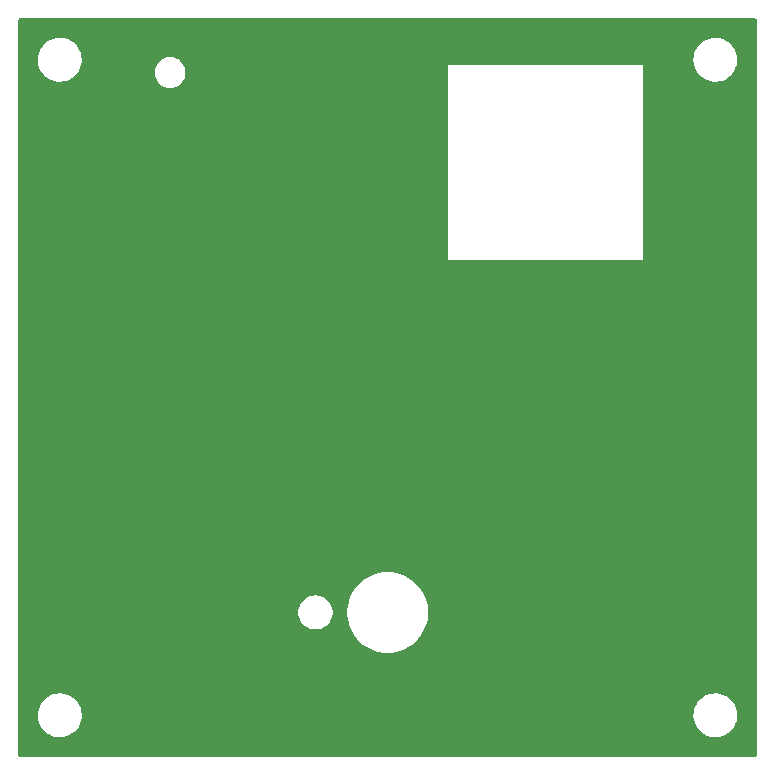
<source format=gbr>
%TF.GenerationSoftware,KiCad,Pcbnew,7.0.9*%
%TF.CreationDate,2024-01-09T22:17:35+09:00*%
%TF.ProjectId,f_panel,665f7061-6e65-46c2-9e6b-696361645f70,rev?*%
%TF.SameCoordinates,Original*%
%TF.FileFunction,Copper,L1,Top*%
%TF.FilePolarity,Positive*%
%FSLAX46Y46*%
G04 Gerber Fmt 4.6, Leading zero omitted, Abs format (unit mm)*
G04 Created by KiCad (PCBNEW 7.0.9) date 2024-01-09 22:17:35*
%MOMM*%
%LPD*%
G01*
G04 APERTURE LIST*
G04 APERTURE END LIST*
%TA.AperFunction,NonConductor*%
G36*
X162942539Y-50520185D02*
G01*
X162988294Y-50572989D01*
X162999500Y-50624500D01*
X162999500Y-112875500D01*
X162979815Y-112942539D01*
X162927011Y-112988294D01*
X162875500Y-112999500D01*
X100624500Y-112999500D01*
X100557461Y-112979815D01*
X100511706Y-112927011D01*
X100500500Y-112875500D01*
X100500500Y-109567763D01*
X102145787Y-109567763D01*
X102175413Y-109837013D01*
X102175415Y-109837024D01*
X102243926Y-110099082D01*
X102243928Y-110099088D01*
X102349870Y-110348390D01*
X102421998Y-110466575D01*
X102490979Y-110579605D01*
X102490986Y-110579615D01*
X102664253Y-110787819D01*
X102664259Y-110787824D01*
X102865998Y-110968582D01*
X103091910Y-111118044D01*
X103337176Y-111233020D01*
X103337183Y-111233022D01*
X103337185Y-111233023D01*
X103596557Y-111311057D01*
X103596564Y-111311058D01*
X103596569Y-111311060D01*
X103864561Y-111350500D01*
X103864566Y-111350500D01*
X104067636Y-111350500D01*
X104119133Y-111346730D01*
X104270156Y-111335677D01*
X104382758Y-111310593D01*
X104534546Y-111276782D01*
X104534548Y-111276781D01*
X104534553Y-111276780D01*
X104787558Y-111180014D01*
X105023777Y-111047441D01*
X105238177Y-110881888D01*
X105426186Y-110686881D01*
X105583799Y-110466579D01*
X105657787Y-110322669D01*
X105707649Y-110225690D01*
X105707651Y-110225684D01*
X105707656Y-110225675D01*
X105795118Y-109969305D01*
X105844319Y-109702933D01*
X105849259Y-109567763D01*
X157645787Y-109567763D01*
X157675413Y-109837013D01*
X157675415Y-109837024D01*
X157743926Y-110099082D01*
X157743928Y-110099088D01*
X157849870Y-110348390D01*
X157921998Y-110466575D01*
X157990979Y-110579605D01*
X157990986Y-110579615D01*
X158164253Y-110787819D01*
X158164259Y-110787824D01*
X158365998Y-110968582D01*
X158591910Y-111118044D01*
X158837176Y-111233020D01*
X158837183Y-111233022D01*
X158837185Y-111233023D01*
X159096557Y-111311057D01*
X159096564Y-111311058D01*
X159096569Y-111311060D01*
X159364561Y-111350500D01*
X159364566Y-111350500D01*
X159567636Y-111350500D01*
X159619133Y-111346730D01*
X159770156Y-111335677D01*
X159882758Y-111310593D01*
X160034546Y-111276782D01*
X160034548Y-111276781D01*
X160034553Y-111276780D01*
X160287558Y-111180014D01*
X160523777Y-111047441D01*
X160738177Y-110881888D01*
X160926186Y-110686881D01*
X161083799Y-110466579D01*
X161157787Y-110322669D01*
X161207649Y-110225690D01*
X161207651Y-110225684D01*
X161207656Y-110225675D01*
X161295118Y-109969305D01*
X161344319Y-109702933D01*
X161354212Y-109432235D01*
X161324586Y-109162982D01*
X161256072Y-108900912D01*
X161150130Y-108651610D01*
X161009018Y-108420390D01*
X160919747Y-108313119D01*
X160835746Y-108212180D01*
X160835740Y-108212175D01*
X160634002Y-108031418D01*
X160408092Y-107881957D01*
X160408090Y-107881956D01*
X160162824Y-107766980D01*
X160162819Y-107766978D01*
X160162814Y-107766976D01*
X159903442Y-107688942D01*
X159903428Y-107688939D01*
X159787791Y-107671921D01*
X159635439Y-107649500D01*
X159432369Y-107649500D01*
X159432364Y-107649500D01*
X159229844Y-107664323D01*
X159229831Y-107664325D01*
X158965453Y-107723217D01*
X158965446Y-107723220D01*
X158712439Y-107819987D01*
X158476226Y-107952557D01*
X158261822Y-108118112D01*
X158073822Y-108313109D01*
X158073816Y-108313116D01*
X157916202Y-108533419D01*
X157916199Y-108533424D01*
X157792350Y-108774309D01*
X157792343Y-108774327D01*
X157704884Y-109030685D01*
X157704881Y-109030699D01*
X157655681Y-109297068D01*
X157655680Y-109297075D01*
X157645787Y-109567763D01*
X105849259Y-109567763D01*
X105854212Y-109432235D01*
X105824586Y-109162982D01*
X105756072Y-108900912D01*
X105650130Y-108651610D01*
X105509018Y-108420390D01*
X105419747Y-108313119D01*
X105335746Y-108212180D01*
X105335740Y-108212175D01*
X105134002Y-108031418D01*
X104908092Y-107881957D01*
X104908090Y-107881956D01*
X104662824Y-107766980D01*
X104662819Y-107766978D01*
X104662814Y-107766976D01*
X104403442Y-107688942D01*
X104403428Y-107688939D01*
X104287791Y-107671921D01*
X104135439Y-107649500D01*
X103932369Y-107649500D01*
X103932364Y-107649500D01*
X103729844Y-107664323D01*
X103729831Y-107664325D01*
X103465453Y-107723217D01*
X103465446Y-107723220D01*
X103212439Y-107819987D01*
X102976226Y-107952557D01*
X102761822Y-108118112D01*
X102573822Y-108313109D01*
X102573816Y-108313116D01*
X102416202Y-108533419D01*
X102416199Y-108533424D01*
X102292350Y-108774309D01*
X102292343Y-108774327D01*
X102204884Y-109030685D01*
X102204881Y-109030699D01*
X102155681Y-109297068D01*
X102155680Y-109297075D01*
X102145787Y-109567763D01*
X100500500Y-109567763D01*
X100500500Y-100919361D01*
X124209500Y-100919361D01*
X124248793Y-101154837D01*
X124317509Y-101354998D01*
X124326307Y-101380625D01*
X124439929Y-101590579D01*
X124586557Y-101778968D01*
X124741019Y-101921160D01*
X124762196Y-101940655D01*
X124959822Y-102069770D01*
X124962048Y-102071224D01*
X125180667Y-102167119D01*
X125412089Y-102225723D01*
X125590420Y-102240500D01*
X125590422Y-102240500D01*
X125709578Y-102240500D01*
X125709580Y-102240500D01*
X125887911Y-102225723D01*
X126119333Y-102167119D01*
X126337952Y-102071224D01*
X126537806Y-101940653D01*
X126713443Y-101778968D01*
X126860071Y-101590579D01*
X126973693Y-101380625D01*
X127051207Y-101154834D01*
X127079426Y-100985726D01*
X128324500Y-100985726D01*
X128364660Y-101354996D01*
X128444511Y-101717763D01*
X128465133Y-101778965D01*
X128563117Y-102069770D01*
X128563119Y-102069775D01*
X128563121Y-102069780D01*
X128719080Y-102406881D01*
X128719083Y-102406887D01*
X128719085Y-102406890D01*
X128910587Y-102725170D01*
X129135379Y-103020879D01*
X129319177Y-103214912D01*
X129390819Y-103290543D01*
X129390824Y-103290548D01*
X129673922Y-103531015D01*
X129673926Y-103531018D01*
X129673931Y-103531022D01*
X129823887Y-103632694D01*
X129981373Y-103739473D01*
X129981377Y-103739475D01*
X130309557Y-103913466D01*
X130309561Y-103913467D01*
X130309566Y-103913470D01*
X130654629Y-104050955D01*
X130654636Y-104050957D01*
X130892394Y-104116969D01*
X131012537Y-104150327D01*
X131012548Y-104150328D01*
X131012549Y-104150329D01*
X131379079Y-104210419D01*
X131379083Y-104210419D01*
X131379094Y-104210421D01*
X131657209Y-104225500D01*
X131657211Y-104225500D01*
X131842789Y-104225500D01*
X131842791Y-104225500D01*
X132120906Y-104210421D01*
X132120917Y-104210419D01*
X132120920Y-104210419D01*
X132374641Y-104168823D01*
X132487463Y-104150327D01*
X132845374Y-104050954D01*
X133190443Y-103913466D01*
X133518623Y-103739475D01*
X133826069Y-103531022D01*
X134109174Y-103290550D01*
X134364621Y-103020879D01*
X134589413Y-102725170D01*
X134780915Y-102406890D01*
X134936883Y-102069770D01*
X135055488Y-101717764D01*
X135135339Y-101354998D01*
X135175500Y-100985725D01*
X135175500Y-100614275D01*
X135135339Y-100245002D01*
X135055488Y-99882236D01*
X134936883Y-99530230D01*
X134780915Y-99193110D01*
X134589413Y-98874830D01*
X134364621Y-98579121D01*
X134109174Y-98309450D01*
X134064103Y-98271166D01*
X133826077Y-98068984D01*
X133826071Y-98068980D01*
X133826069Y-98068978D01*
X133747324Y-98015587D01*
X133518626Y-97860526D01*
X133190451Y-97686538D01*
X133190433Y-97686529D01*
X132845370Y-97549044D01*
X132845363Y-97549042D01*
X132487476Y-97449676D01*
X132487450Y-97449670D01*
X132120920Y-97389580D01*
X132120907Y-97389579D01*
X132120906Y-97389579D01*
X131842791Y-97374500D01*
X131657209Y-97374500D01*
X131379094Y-97389579D01*
X131379092Y-97389579D01*
X131379079Y-97389580D01*
X131012549Y-97449670D01*
X131012523Y-97449676D01*
X130654636Y-97549042D01*
X130654629Y-97549044D01*
X130309566Y-97686529D01*
X130309548Y-97686538D01*
X129981373Y-97860526D01*
X129673932Y-98068977D01*
X129673922Y-98068984D01*
X129390824Y-98309451D01*
X129390819Y-98309456D01*
X129135379Y-98579121D01*
X129135371Y-98579130D01*
X128910584Y-98874834D01*
X128910582Y-98874837D01*
X128719080Y-99193118D01*
X128563121Y-99530219D01*
X128444511Y-99882236D01*
X128364660Y-100245003D01*
X128324500Y-100614273D01*
X128324500Y-100985726D01*
X127079426Y-100985726D01*
X127090500Y-100919363D01*
X127090500Y-100680637D01*
X127051207Y-100445166D01*
X126973693Y-100219375D01*
X126860071Y-100009421D01*
X126713443Y-99821032D01*
X126537806Y-99659347D01*
X126537803Y-99659344D01*
X126337951Y-99528775D01*
X126198058Y-99467413D01*
X126119333Y-99432881D01*
X126119331Y-99432880D01*
X125887907Y-99374276D01*
X125745002Y-99362435D01*
X125709580Y-99359500D01*
X125590420Y-99359500D01*
X125558197Y-99362170D01*
X125412092Y-99374276D01*
X125180668Y-99432880D01*
X124962048Y-99528775D01*
X124762196Y-99659344D01*
X124586555Y-99821034D01*
X124439930Y-100009419D01*
X124326307Y-100219374D01*
X124326304Y-100219382D01*
X124248793Y-100445162D01*
X124209500Y-100680638D01*
X124209500Y-100919361D01*
X100500500Y-100919361D01*
X100500500Y-54067763D01*
X102145787Y-54067763D01*
X102175413Y-54337013D01*
X102175415Y-54337024D01*
X102243926Y-54599082D01*
X102243928Y-54599088D01*
X102349870Y-54848390D01*
X102421998Y-54966575D01*
X102490979Y-55079605D01*
X102490986Y-55079615D01*
X102664253Y-55287819D01*
X102664259Y-55287824D01*
X102685317Y-55306692D01*
X102865998Y-55468582D01*
X103091910Y-55618044D01*
X103337176Y-55733020D01*
X103337183Y-55733022D01*
X103337185Y-55733023D01*
X103596557Y-55811057D01*
X103596564Y-55811058D01*
X103596569Y-55811060D01*
X103864561Y-55850500D01*
X103864566Y-55850500D01*
X104067636Y-55850500D01*
X104119133Y-55846730D01*
X104270156Y-55835677D01*
X104382758Y-55810593D01*
X104534546Y-55776782D01*
X104534548Y-55776781D01*
X104534553Y-55776780D01*
X104787558Y-55680014D01*
X105023777Y-55547441D01*
X105238177Y-55381888D01*
X105426186Y-55186881D01*
X105502652Y-55080001D01*
X112029532Y-55080001D01*
X112049364Y-55306686D01*
X112049366Y-55306697D01*
X112108258Y-55526488D01*
X112108261Y-55526497D01*
X112204431Y-55732732D01*
X112204432Y-55732734D01*
X112334954Y-55919141D01*
X112495858Y-56080045D01*
X112495861Y-56080047D01*
X112682266Y-56210568D01*
X112888504Y-56306739D01*
X113108308Y-56365635D01*
X113278216Y-56380500D01*
X113391784Y-56380500D01*
X113561692Y-56365635D01*
X113781496Y-56306739D01*
X113987734Y-56210568D01*
X114174139Y-56080047D01*
X114335047Y-55919139D01*
X114465568Y-55732734D01*
X114561739Y-55526496D01*
X114620635Y-55306692D01*
X114640468Y-55080000D01*
X114640433Y-55079605D01*
X114630545Y-54966579D01*
X114620635Y-54853308D01*
X114561739Y-54633504D01*
X114466843Y-54430000D01*
X136830000Y-54430000D01*
X136830000Y-70940000D01*
X153340000Y-70940000D01*
X153340000Y-54430000D01*
X136830000Y-54430000D01*
X114466843Y-54430000D01*
X114465568Y-54427266D01*
X114335047Y-54240861D01*
X114335045Y-54240858D01*
X114174141Y-54079954D01*
X114156730Y-54067763D01*
X157645787Y-54067763D01*
X157675413Y-54337013D01*
X157675415Y-54337024D01*
X157743926Y-54599082D01*
X157743928Y-54599088D01*
X157849870Y-54848390D01*
X157921998Y-54966575D01*
X157990979Y-55079605D01*
X157990986Y-55079615D01*
X158164253Y-55287819D01*
X158164259Y-55287824D01*
X158185317Y-55306692D01*
X158365998Y-55468582D01*
X158591910Y-55618044D01*
X158837176Y-55733020D01*
X158837183Y-55733022D01*
X158837185Y-55733023D01*
X159096557Y-55811057D01*
X159096564Y-55811058D01*
X159096569Y-55811060D01*
X159364561Y-55850500D01*
X159364566Y-55850500D01*
X159567636Y-55850500D01*
X159619133Y-55846730D01*
X159770156Y-55835677D01*
X159882758Y-55810593D01*
X160034546Y-55776782D01*
X160034548Y-55776781D01*
X160034553Y-55776780D01*
X160287558Y-55680014D01*
X160523777Y-55547441D01*
X160738177Y-55381888D01*
X160926186Y-55186881D01*
X161083799Y-54966579D01*
X161157787Y-54822669D01*
X161207649Y-54725690D01*
X161207651Y-54725684D01*
X161207656Y-54725675D01*
X161295118Y-54469305D01*
X161344319Y-54202933D01*
X161354212Y-53932235D01*
X161324586Y-53662982D01*
X161256072Y-53400912D01*
X161150130Y-53151610D01*
X161009018Y-52920390D01*
X160919747Y-52813119D01*
X160835746Y-52712180D01*
X160835740Y-52712175D01*
X160634002Y-52531418D01*
X160408092Y-52381957D01*
X160408090Y-52381956D01*
X160162824Y-52266980D01*
X160162819Y-52266978D01*
X160162814Y-52266976D01*
X159903442Y-52188942D01*
X159903428Y-52188939D01*
X159787791Y-52171921D01*
X159635439Y-52149500D01*
X159432369Y-52149500D01*
X159432364Y-52149500D01*
X159229844Y-52164323D01*
X159229831Y-52164325D01*
X158965453Y-52223217D01*
X158965446Y-52223220D01*
X158712439Y-52319987D01*
X158476226Y-52452557D01*
X158261822Y-52618112D01*
X158073822Y-52813109D01*
X158073816Y-52813116D01*
X157916202Y-53033419D01*
X157916199Y-53033424D01*
X157792350Y-53274309D01*
X157792343Y-53274327D01*
X157704884Y-53530685D01*
X157704881Y-53530699D01*
X157655681Y-53797068D01*
X157655680Y-53797075D01*
X157645787Y-54067763D01*
X114156730Y-54067763D01*
X113987734Y-53949432D01*
X113987732Y-53949431D01*
X113781497Y-53853261D01*
X113781488Y-53853258D01*
X113561697Y-53794366D01*
X113561687Y-53794364D01*
X113391784Y-53779500D01*
X113278216Y-53779500D01*
X113108312Y-53794364D01*
X113108302Y-53794366D01*
X112888511Y-53853258D01*
X112888502Y-53853261D01*
X112682267Y-53949431D01*
X112682265Y-53949432D01*
X112495858Y-54079954D01*
X112334954Y-54240858D01*
X112204432Y-54427265D01*
X112204431Y-54427267D01*
X112108261Y-54633502D01*
X112108258Y-54633511D01*
X112049366Y-54853302D01*
X112049364Y-54853313D01*
X112029532Y-55079998D01*
X112029532Y-55080001D01*
X105502652Y-55080001D01*
X105583799Y-54966579D01*
X105657787Y-54822669D01*
X105707649Y-54725690D01*
X105707651Y-54725684D01*
X105707656Y-54725675D01*
X105795118Y-54469305D01*
X105844319Y-54202933D01*
X105854212Y-53932235D01*
X105824586Y-53662982D01*
X105756072Y-53400912D01*
X105650130Y-53151610D01*
X105509018Y-52920390D01*
X105419747Y-52813119D01*
X105335746Y-52712180D01*
X105335740Y-52712175D01*
X105134002Y-52531418D01*
X104908092Y-52381957D01*
X104908090Y-52381956D01*
X104662824Y-52266980D01*
X104662819Y-52266978D01*
X104662814Y-52266976D01*
X104403442Y-52188942D01*
X104403428Y-52188939D01*
X104287791Y-52171921D01*
X104135439Y-52149500D01*
X103932369Y-52149500D01*
X103932364Y-52149500D01*
X103729844Y-52164323D01*
X103729831Y-52164325D01*
X103465453Y-52223217D01*
X103465446Y-52223220D01*
X103212439Y-52319987D01*
X102976226Y-52452557D01*
X102761822Y-52618112D01*
X102573822Y-52813109D01*
X102573816Y-52813116D01*
X102416202Y-53033419D01*
X102416199Y-53033424D01*
X102292350Y-53274309D01*
X102292343Y-53274327D01*
X102204884Y-53530685D01*
X102204881Y-53530699D01*
X102155681Y-53797068D01*
X102155680Y-53797075D01*
X102145787Y-54067763D01*
X100500500Y-54067763D01*
X100500500Y-50624500D01*
X100520185Y-50557461D01*
X100572989Y-50511706D01*
X100624500Y-50500500D01*
X162875500Y-50500500D01*
X162942539Y-50520185D01*
G37*
%TD.AperFunction*%
M02*

</source>
